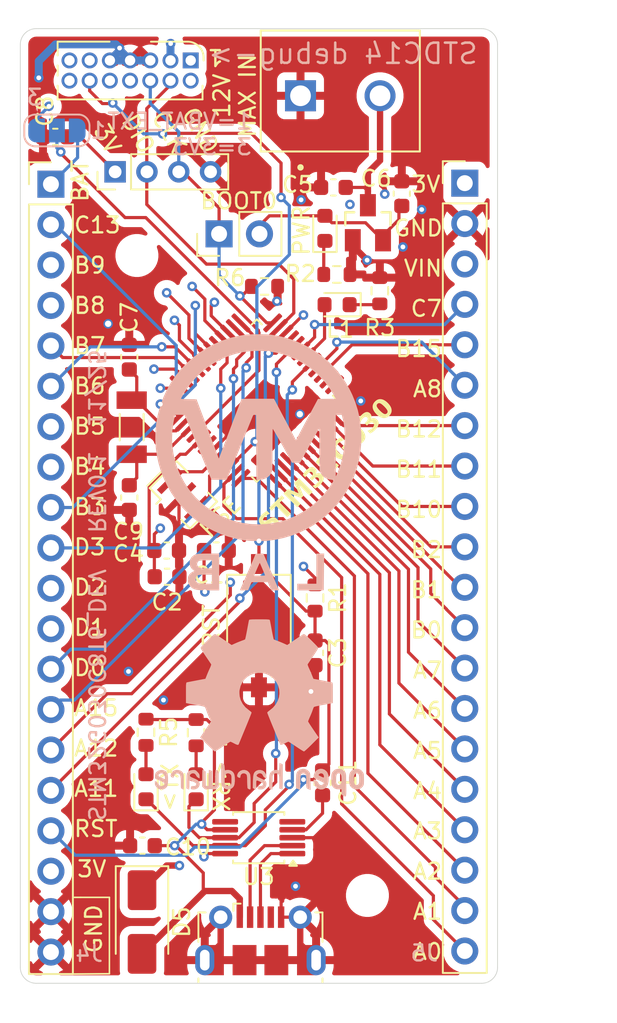
<source format=kicad_pcb>
(kicad_pcb (version 20241229) (generator "pcbnew") (generator_version "9.0")
  (layers (0 "F.Cu" signal) (4 "In1.Cu" power "GND.Cu") (6 "In2.Cu" power "3V3.Cu") (2 "B.Cu" signal) (13 "F.Paste" user) (15 "B.Paste" user) (5 "F.SilkS" user "F.Silkscreen") (7 "B.SilkS" user "B.Silkscreen") (1 "F.Mask" user) (3 "B.Mask" user) (25 "Edge.Cuts" user))
  (net 0 "")
  (net 1 "+3V3")
  (net 2 "GND")
  (net 3 "Net-(U2-PC14)")
  (net 4 "Net-(U2-PC15)")
  (net 5 "/VIN")
  (net 6 "/RESET")
  (net 7 "Net-(U3-~{RTS})")
  (net 8 "Net-(D3-A)")
  (net 9 "Net-(D1-K)")
  (net 10 "/USR_LED")
  (net 11 "Net-(D2-K)")
  (net 12 "Net-(D4-A)")
  (net 13 "/PA12")
  (net 14 "Net-(D5-A)")
  (net 15 "/PA11")
  (net 19 "/BOOT0")
  (net 21 "/PB15")
  (net 22 "/PA15")
  (net 23 "/PA8")
  (net 24 "/PC13")
  (net 25 "/PA0")
  (net 26 "/PC7")
  (net 27 "/PB9")
  (net 28 "/PD1")
  (net 29 "/PB6")
  (net 31 "/PD0")
  (net 32 "/PB10")
  (net 33 "/PB0")
  (net 34 "/PB5")
  (net 35 "/PB4")
  (net 36 "/PA5")
  (net 37 "/PA6")
  (net 38 "/PB12")
  (net 39 "/PA4")
  (net 40 "/PB2")
  (net 41 "/PB11")
  (net 42 "/PD2")
  (net 43 "Net-(J6-D-)")
  (net 44 "/PA7")
  (net 45 "/SWDIO")
  (net 46 "/PB7")
  (net 47 "/PB8")
  (net 48 "/PD3")
  (net 49 "/PB1")
  (net 50 "/PA2")
  (net 51 "/PB3")
  (net 52 "Net-(J6-D+)")
  (net 53 "/PA1")
  (net 54 "/PA3")
  (net 58 "Net-(U2-PF1)")
  (net 61 "Net-(U2-PF0)")
  (net 62 "/TX")
  (net 63 "/RX")
  (net 64 "/VBAT_EXT")
  (net 65 "Net-(JP2-C)")
  (footprint "Crystal:Resonator_SMD_Murata_CSTxExxV-3Pin_3.0x1.1mm" (layer "F.Cu") (at 150.45 109.5 -45)
    (property "Reference" "Y1" (hide yes))
    (property "Value" "8mhz")
  )
  (footprint "Capacitor_SMD:C_0603_1608Metric" (layer "F.Cu") (at 159.2 127.6 90)
    (property "Reference" "C11")
    (property "Value" "100n")
  )
  (footprint "Capacitor_SMD:C_0603_1608Metric" (layer "F.Cu") (at 158.726445 119.433255 -90)
    (property "Reference" "C3")
    (property "Value" "100n")
  )
  (footprint "MountingHole:MountingHole_2.2mm_M2_ISO14580" (layer "F.Cu") (at 147.53 94.46)
    (property "Reference" "H1" (hide yes))
    (property "Value" "MountingHole")
  )
  (footprint "Capacitor_SMD:C_0603_1608Metric" (layer "F.Cu") (at 149.425 114.65)
    (property "Reference" "C2")
    (property "Value" "10u")
  )
  (footprint "Capacitor_SMD:C_0603_1608Metric" (layer "F.Cu") (at 142.4 87 180)
    (property "Reference" "C8")
    (property "Value" "100n")
  )
  (footprint "LED_SMD:LED_0603_1608Metric" (layer "F.Cu") (at 151.25 127.85 90)
    (property "Reference" "D3" (hide yes))
    (property "Value" "TX")
  )
  (footprint "Resistor_SMD:R_0603_1608Metric" (layer "F.Cu") (at 148.1 124.425 -90)
    (property "Reference" "R5")
    (property "Value" "470")
  )
  (footprint "Connector_PinHeader_2.54mm:PinHeader_1x02_P2.54mm_Vertical" (layer "F.Cu") (at 152.695 93.1 90)
    (property "Reference" "JP1" (hide yes))
    (property "Value" "BOOT")
  )
  (footprint "ABS09_32_768KHZ_T:XTAL_ABS09-32.768KHZ-T" (layer "F.Cu") (at 147.2 105.25 90)
    (property "Reference" "Y2" (hide yes))
    (property "Value" "Crystal")
  )
  (footprint "Connector_PinHeader_2.54mm:PinHeader_1x20_P2.54mm_Vertical" (layer "F.Cu") (at 168.139779 89.911379)
    (property "Reference" "J5" (hide yes))
    (property "Value" "B")
  )
  (footprint "AP2210N-3:AP2210N-3.3TRG1" (layer "F.Cu") (at 162.05 92.4)
    (property "Reference" "U1" (hide yes))
    (property "Value" "AP2210N-3.3TRG1")
  )
  (footprint "Connector_PinHeader_2.00mm:PinHeader_1x04_P2.00mm_Vertical" (layer "F.Cu") (at 146.16 89.2 90)
    (property "Reference" "J2" (hide yes))
    (property "Value" "PROG")
  )
  (footprint "Diode_SMD:D_SMA" (layer "F.Cu") (at 147.85 136.35 -90)
    (property "Reference" "D5")
    (property "Value" "SS14")
  )
  (footprint "Resistor_SMD:R_0603_1608Metric" (layer "F.Cu") (at 155.55 96.4 180)
    (property "Reference" "R6")
    (property "Value" "10k")
  )
  (footprint "Button_Switch_SMD:SW_Tactile_SPST_NO_Straight_CK_PTS636Sx25SMTRLFS" (layer "F.Cu") (at 155.2 117.725 90)
    (property "Reference" "SW1" (hide yes))
    (property "Value" "wake-up")
  )
  (footprint "Connector_PinHeader_1.27mm:PinHeader_2x07_P1.27mm_Vertical" (layer "F.Cu") (at 150.91 82.2 -90)
    (property "Reference" "J3" (hide yes))
    (property "Value" "Conn_mini3")
  )
  (footprint "Resistor_SMD:R_0603_1608Metric" (layer "F.Cu") (at 160.1 95.65)
    (property "Reference" "R2")
    (property "Value" "470")
  )
  (footprint "Capacitor_SMD:C_0603_1608Metric" (layer "F.Cu") (at 147.875 131.55)
    (property "Reference" "C10")
    (property "Value" "100n")
  )
  (footprint "TB002_500_02BE:CUI_TB002-500-02BE" (layer "F.Cu") (at 157.813637 84.420586)
    (property "Reference" "J1" (hide yes))
    (property "Value" "Vin")
  )
  (footprint "Capacitor_SMD:C_0603_1608Metric" (layer "F.Cu") (at 147.05 100.85 -90)
    (property "Reference" "C7")
    (property "Value" "22p")
  )
  (footprint "Package_SO:MSOP-10_3x3mm_P0.5mm" (layer "F.Cu") (at 155.1875 131.05 180)
    (property "Reference" "U3")
    (property "Value" "CH340E")
  )
  (footprint "Resistor_SMD:R_0603_1608Metric" (layer "F.Cu") (at 151.25 124.45 -90)
    (property "Reference" "R4")
    (property "Value" "470")
  )
  (footprint "Resistor_SMD:R_0603_1608Metric" (layer "F.Cu") (at 162.8 96.675 90)
    (property "Reference" "R3")
    (property "Value" "470")
  )
  (footprint "LED_SMD:LED_0603_1608Metric" (layer "F.Cu") (at 160.1125 97.55 180)
    (property "Reference" "D2" (hide yes))
    (property "Value" "USER LED")
  )
  (footprint "Connector_USB:USB_Micro-B_Molex-105017-0001" (layer "F.Cu") (at 155.294719 137.507365)
    (property "Reference" "J6" (hide yes))
    (property "Value" "USB_B_Micro")
  )
  (footprint "Capacitor_SMD:C_0603_1608Metric" (layer "F.Cu") (at 147.05 109.675 -90)
    (property "Reference" "C9")
    (property "Value" "22p")
  )
  (footprint "Capacitor_SMD:C_0603_1608Metric" (layer "F.Cu") (at 149.4 113)
    (property "Reference" "C4")
    (property "Value" "100n")
  )
  (footprint "Package_QFP:LQFP-48_7x7mm_P0.5mm" (layer "F.Cu") (at 155.064132 103.58078 45)
    (property "Reference" "U2" (hide yes))
    (property "Value" "STM32G030C8Tx")
  )
  (footprint "Capacitor_SMD:C_0603_1608Metric" (layer "F.Cu") (at 152.525 113)
    (property "Reference" "C1")
    (property "Value" "100n")
  )
  (footprint "Capacitor_SMD:C_0603_1608Metric" (layer "F.Cu") (at 164.18 90.57 90)
    (property "Reference" "C6")
    (property "Value" "2.2u")
  )
  (footprint "Connector_PinHeader_2.54mm:PinHeader_1x20_P2.54mm_Vertical" (layer "F.Cu") (at 142.124669 89.978023)
    (property "Reference" "J4" (hide yes))
    (property "Value" "A")
  )
  (footprint "LED_SMD:LED_0603_1608Metric" (layer "F.Cu") (at 148.1 127.85 90)
    (property "Reference" "D4" (hide yes))
    (property "Value" "RX")
  )
  (footprint "Resistor_SMD:R_0603_1608Metric" (layer "F.Cu") (at 158.726445 115.983255 -90)
    (property "Reference" "R1")
    (property "Value" "10k")
  )
  (footprint "LED_SMD:LED_0603_1608Metric" (layer "F.Cu") (at 159.348617 92.753118 90)
    (property "Reference" "D1" (hide yes))
    (property "Value" "POWER")
  )
  (footprint "MountingHole:MountingHole_2.2mm_M2_ISO14580" (layer "F.Cu") (at 162.02 134.68)
    (property "Reference" "H2" (hide yes))
    (property "Value" "MountingHole")
  )
  (footprint "Capacitor_SMD:C_0603_1608Metric" (layer "F.Cu") (at 159.88 90.18 180)
    (property "Reference" "C5")
    (property "Value" "1u")
  )
  (footprint "Jumper:SolderJumper-3_P1.3mm_Open_RoundedPad1.0x1.5mm_NumberLabels" (layer "B.Cu") (at 142.5 86.6 180)
    (property "Reference" "JP2" (hide yes))
    (property "Value" "VBAT_SEL")
  )
  (footprint "LOGOmvlab:logo" (layer "B.Cu") (at 155.04 107.8 180)
    (property "Reference" "G***" (hide yes))
    (property "Value" "LOGO" (hide yes))
  )
  (footprint "Symbol:OSHW-Logo2_14.6x12mm_SilkScreen" (layer "B.Cu") (at 155.23 122.88 180)
    (property "Reference" "REF**" (hide yes))
    (property "Value" "OSHW-Logo2_14.6x12mm_SilkScreen" (hide yes))
  )
  (gr_line (start 144 134.8) (end 145.8 134.8) (stroke (width 0.1)) (layer "F.SilkS"))
  (gr_line (start 144 134.8) (end 143.6 134.8) (stroke (width 0.1)) (layer "F.SilkS"))
  (gr_line (start 145.8 134.8) (end 145.8 139.6) (stroke (width 0.1)) (layer "F.SilkS"))
  (gr_line (start 145.8 139.6) (end 143.504669 139.618023) (stroke (width 0.1)) (layer "F.SilkS"))
  (gr_line (start 141.2 80.2) (end 169.2 80.2) (stroke (width 0.05)) (layer "Edge.Cuts"))
  (gr_arc (start 169.2 80.2) (mid 169.907107 80.492893) (end 170.2 81.2) (stroke (width 0.05)) (layer "Edge.Cuts"))
  (gr_line (start 170.2 81.2) (end 170.2 139.2) (stroke (width 0.05)) (layer "Edge.Cuts"))
  (gr_arc (start 170.2 139.2) (mid 169.907107 139.907107) (end 169.2 140.2) (stroke (width 0.05)) (layer "Edge.Cuts"))
  (gr_line (start 140.2 139.2) (end 140.2 81.2) (stroke (width 0.05)) (layer "Edge.Cuts"))
  (gr_arc (start 140.2 81.2) (mid 140.492893 80.492893) (end 141.2 80.2) (stroke (width 0.05)) (layer "Edge.Cuts"))
  (gr_line (start 169.2 140.2) (end 141.2 140.2) (stroke (width 0.05)) (layer "Edge.Cuts"))
  (gr_arc (start 141.2 140.2) (mid 140.492893 139.907107) (end 140.2 139.2) (stroke (width 0.05)) (layer "Edge.Cuts"))
  (gr_text "<" (at 150.11 129.49 90) (layer "F.SilkS") (effects (font (size 1 1)) (justify left bottom)))
  (gr_text "A4" (at 166.8 128.694737 0) (layer "F.SilkS") (effects (font (size 1 1)) (justify right bottom)))
  (gr_text "GND" (at 145.4 138.4 90) (layer "F.SilkS") (effects (font (size 1 1)) (justify left bottom)))
  (gr_text "RX" (at 152.2 127.34 270) (layer "F.SilkS") (effects (font (size 1 1)) (justify left bottom)))
  (gr_text "A11" (at 143.490732 128.544403 0) (layer "F.SilkS") (effects (font (size 1 1)) (justify left bottom)))
  (gr_text "A3" (at 166.8 131.221053 0) (layer "F.SilkS") (effects (font (size 1 1)) (justify right bottom)))
  (gr_text "STM32G030" (at 155.98 112.2 45) (layer "F.SilkS") (effects (font (size 1.2 1.2) (thickness 0.24) (bold yes)) (justify left bottom)))
  (gr_text "A2" (at 166.8 133.747368 0) (layer "F.SilkS") (effects (font (size 1 1)) (justify right bottom)))
  (gr_text "<" (at 152.29 126.12 270) (layer "F.SilkS") (effects (font (size 1 1)) (justify left bottom)))
  (gr_text "B15" (at 166.8 100.905263 0) (layer "F.SilkS") (effects (font (size 1 1)) (justify right bottom)))
  (gr_text "B7" (at 143.490732 100.720874 0) (layer "F.SilkS") (effects (font (size 1 1)) (justify left bottom)))
  (gr_text "RST" (at 143.490732 131.073815 0) (layer "F.SilkS") (effects (font (size 1 1)) (justify left bottom)))
  (gr_text "TX" (at 150.2 128.2 90) (layer "F.SilkS") (effects (font (size 1 1)) (justify left bottom)))
  (gr_text "B12" (at 166.8 105.957895 0) (layer "F.SilkS") (effects (font (size 1 1)) (justify right bottom)))
  (gr_text "RST\n" (at 152.8 119.2 90) (layer "F.SilkS") (effects (font (size 1 1)) (justify left bottom)))
  (gr_text "B9" (at 143.490732 95.662051 0) (layer "F.SilkS") (effects (font (size 1 1)) (justify left bottom)))
  (gr_text "B6" (at 143.490732 103.250286 0) (layer "F.SilkS") (effects (font (size 1 1)) (justify left bottom)))
  (gr_text "HSE" (at 152.1 112.4 45) (layer "F.SilkS") (effects (font (size 1 1)) (justify left bottom)))
  (gr_text "GND" (at 163.6 93.326316 0) (layer "F.SilkS") (effects (font (size 1 1)) (justify left bottom)))
  (gr_text "A0" (at 166.8 138.8 0) (layer "F.SilkS") (effects (font (size 1 1)) (justify right bottom)))
  (gr_text "B3" (at 143.490732 110.838521 0) (layer "F.SilkS") (effects (font (size 1 1)) (justify left bottom)))
  (gr_text "3V" (at 143.690732 133.603227 0) (layer "F.SilkS") (effects (font (size 1 1)) (justify left bottom)))
  (gr_text "A8" (at 166.8 103.431579 0) (layer "F.SilkS") (effects (font (size 1 1)) (justify right bottom)))
  (gr_text "GND" (at 150.19 85.48 300) (layer "F.SilkS") (effects (font (size 1 1)) (justify left bottom)))
  (gr_text "B2" (at 166.8 113.536842 0) (layer "F.SilkS") (effects (font (size 1 1)) (justify right bottom)))
  (gr_text "B5" (at 143.490732 105.779698 0) (layer "F.SilkS") (effects (font (size 1 1)) (justify left bottom)))
  (gr_text "C13\n" (at 143.490732 93.132639 0) (layer "F.SilkS") (effects (font (size 1 1)) (justify left bottom)))
  (gr_text "3V" (at 144.66 86.552222 300) (layer "F.SilkS") (effects (font (size 1 1)) (justify left bottom)))
  (gr_text "C7" (at 166.8 98.378947 0) (layer "F.SilkS") (effects (font (size 1 1)) (justify right bottom)))
  (gr_text "BOOT0\n" (at 151.43 91.62 0) (layer "F.SilkS") (effects (font (size 1 1)) (justify left bottom)))
  (gr_text "PWR" (at 157.87 92.88 90) (layer "F.SilkS") (effects (font (size 1 1))))
  (gr_text "A6" (at 166.8 123.642105 0) (layer "F.SilkS") (effects (font (size 1 1)) (justify right bottom)))
  (gr_text "D2" (at 143.490732 115.897345 0) (layer "F.SilkS") (effects (font (size 1 1)) (justify left bottom)))
  (gr_text "A7\n" (at 166.8 121.115789 0) (layer "F.SilkS") (effects (font (size 1 1)) (justify right bottom)))
  (gr_text "B11" (at 166.8 108.484211 0) (layer "F.SilkS") (effects (font (size 1 1)) (justify right bottom)))
  (gr_text "B4" (at 143.490732 108.309109 0) (layer "F.SilkS") (effects (font (size 1 1)) (justify left bottom)))
  (gr_text "B1" (at 166.8 116.063158 0) (layer "F.SilkS") (effects (font (size 1 1)) (justify right bottom)))
  (gr_text "3V" (at 164.69 90.57 0) (layer "F.SilkS") (effects (font (size 1 1)) (justify left bottom)))
  (gr_text "D1" (at 143.490732 118.426756 0) (layer "F.SilkS") (effects (font (size 1 1)) (justify left bottom)))
  (gr_text "D0" (at 143.490732 120.956168 0) (layer "F.SilkS") (effects (font (size 1 1)) (justify left bottom)))
  (gr_text "VIN" (at 166.8 95.852632 0) (layer "F.SilkS") (effects (font (size 1 1)) (justify right bottom)))
  (gr_text "B0" (at 166.8 118.589474 0) (layer "F.SilkS") (effects (font (size 1 1)) (justify right bottom)))
  (gr_text "A15" (at 143.490732 123.48558 0) (layer "F.SilkS") (effects (font (size 1 1)) (justify left bottom)))
  (gr_text "1" (at 152.46 81.42 180) (layer "F.SilkS") (effects (font (size 1 1)) (justify bottom)))
  (gr_text "L1" (at 160.3 99.1 0) (layer "F.SilkS") (effects (font (size 1 1))))
  (gr_text "DIO" (at 146.427937 85.933633 300) (layer "F.SilkS") (effects (font (size 1 1)) (justify left bottom)))
  (gr_text "A1" (at 166.8 136.273684 0) (layer "F.SilkS") (effects (font (size 1 1)) (justify right bottom)))
  (gr_text "CLK" (at 148.303015 85.686196 300) (layer "F.SilkS") (effects (font (size 1 1)) (justify left bottom)))
  (gr_text "A12" (at 143.490732 126.014992 0) (layer "F.SilkS") (effects (font (size 1 1)) (justify left bottom)))
  (gr_text "A5" (at 166.8 126.168421 0) (layer "F.SilkS") (effects (font (size 1 1)) (justify right bottom)))
  (gr_text "B10" (at 166.8 111.010526 0) (layer "F.SilkS") (effects (font (size 1 1)) (justify right bottom)))
  (gr_text "D3" (at 143.490732 113.367933 0) (layer "F.SilkS") (effects (font (size 1 1)) (justify left bottom)))
  (gr_text "12V\nMAX IN\n\n" (at 156.68 84.420586 90) (layer "F.SilkS") (effects (font (size 1 1)) (justify bottom)))
  (gr_text "B8" (at 143.490732 98.191462 0) (layer "F.SilkS") (effects (font (size 1 1)) (justify left bottom)))
  (gr_text "BAT\n" (at 144.55 91.18 90) (layer "F.SilkS") (effects (font (size 1 1)) (justify left bottom)))
  (gr_text "J4" (at 145.48 138.92 0) (layer "B.SilkS") (effects (font (size 1 1)) (justify left bottom mirror)))
  (gr_text "J5" (at 166.55 138.89 0) (layer "B.SilkS") (effects (font (size 1 1)) (justify left bottom mirror)))
  (gr_text "1=VBAT_EXT\n3=3V3" (at 154.83 88.22 0) (layer "B.SilkS") (effects (font (size 1 1)) (justify left bottom mirror)))
  (gr_text "STM32G030C8T6_DEV   REV0.1  11/25" (at 144.4 130.09 270) (layer "B.SilkS") (effects (font (size 1 1)) (justify left bottom mirror)))
  (gr_text "STDC14 debug->" (at 160.48 81.77 0) (layer "B.SilkS") (effects (font (size 1.27 1.27)) (justify mirror)))
  (via (at 160.92 91.25) (size 0.6) (drill 0.3) (layers "F.Cu" "B.Cu") (net 0))
  (segment (start 158.726445 115.158255) (end 158.726445 114.726445) (width 0.2) (layer "F.Cu") (net 1))
  (segment (start 148.625 113) (end 148.625 111.975) (width 0.2) (layer "F.Cu") (net 1))
  (segment (start 148.625 114.625) (end 148.65 114.65) (width 0.2) (layer "F.Cu") (net 1))
  (segment (start 151.59047 105.993782) (end 151.55064 105.993782) (width 0.2) (layer "F.Cu") (net 1))
  (segment (start 159.348617 91.965618) (end 159.782999 92.4) (width 0.2) (layer "F.Cu") (net 1))
  (segment (start 150.25 106.95) (end 148.3 108.9) (width 0.2) (layer "F.Cu") (net 1))
  (segment (start 148.3 112.675) (end 148.625 113) (width 0.2) (layer "F.Cu") (net 1))
  (segment (start 155.235 92.584471) (end 155.235 93.1) (width 0.2) (layer "F.Cu") (net 1))
  (segment (start 158.726445 114.726445) (end 158 114) (width 0.2) (layer "F.Cu") (net 1))
  (segment (start 150.594422 106.95) (end 150.25 106.95) (width 0.2) (layer "F.Cu") (net 1))
  (segment (start 161.9 92.4) (end 163 93.5) (width 0.2) (layer "F.Cu") (net 1))
  (segment (start 148.3 108.9) (end 148.3 110.85) (width 0.2) (layer "F.Cu") (net 1))
  (segment (start 163 93.2) (end 164 92.2) (width 0.2) (layer "F.Cu") (net 1))
  (segment (start 155.853853 91.965618) (end 155.235 92.584471) (width 0.2) (layer "F.Cu") (net 1))
  (segment (start 159.782999 92.4) (end 161.9 92.4) (width 0.2) (layer "F.Cu") (net 1))
  (segment (start 151.75 115.55) (end 151.8 115.6) (width 0.2) (layer "F.Cu") (net 1))
  (segment (start 148.3 110.85) (end 148.3 112.675) (width 0.2) (layer "F.Cu") (net 1))
  (segment (start 168.139779 89.911379) (end 168.139779 90.410221) (width 0.2) (layer "F.Cu") (net 1))
  (segment (start 143.175 87) (end 143.96 87) (width 0.2) (layer "F.Cu") (net 1))
  (segment (start 145.41 88.45) (end 146.16 89.2) (width 0.2) (layer "F.Cu") (net 1))
  (segment (start 151.944023 106.347335) (end 151.59047 105.993782) (width 0.2) (layer "F.Cu") (net 1))
  (segment (start 151.75 113) (end 151.75 115.55) (width 0.2) (layer "F.Cu") (net 1))
  (segment (start 163 93.5) (end 163 93.2) (width 0.2) (layer "F.Cu") (net 1))
  (segment (start 143.96 87) (end 146.16 89.2) (width 0.2) (layer "F.Cu") (net 1))
  (segment (start 151.93995 132.05) (end 151.744975 132.244975) (width 0.2) (layer "F.Cu") (net 1))
  (segment (start 159.348617 91.965618) (end 155.853853 91.965618) (width 0.2) (layer "F.Cu") (net 1))
  (segment (start 164 92.2) (end 164 90.975) (width 0.2) (layer "F.Cu") (net 1))
  (segment (start 148.625 113) (end 148.625 114.625) (width 0.2) (layer "F.Cu") (net 1))
  (segment (start 153.075 132.05) (end 151.93995 132.05) (width 0.2) (layer "F.Cu") (net 1))
  (segment (start 148.625 111.975) (end 149 111.6) (width 0.2) (layer "F.Cu") (net 1))
  (segment (start 151.55064 105.993782) (end 150.594422 106.95) (width 0.2) (layer "F.Cu") (net 1))
  (via (at 149.65 81.14) (size 0.6) (drill 0.3) (layers "F.Cu" "B.Cu") (net 1))
  (via (at 151.8 115.6) (size 0.6) (drill 0.3) (layers "F.Cu" "B.Cu") (net 1))
  (via (at 149 111.6) (size 0.6) (drill 0.3) (layers "F.Cu" "B.Cu") (net 1))
  (via (at 158 114) (size 0.6) (drill 0.3) (layers "F.Cu" "B.Cu") (net 1))
  (via (at 151.744975 132.244975) (size 0.6) (drill 0.3) (layers "F.Cu" "B.Cu") (net 1))
  (via (at 142 85.08) (size 0.6) (drill 0.3) (layers "F.Cu" "B.Cu") (net 1))
  (segment (start 141.2 85.88) (end 142 85.08) (width 0.2) (layer "B.Cu") (net 1))
  (segment (start 149.64 82.2) (end 149.64 81.15) (width 0.5) (layer "B.Cu") (net 1))
  (segment (start 141.2 86.6) (end 141.2 85.88) (width 0.2) (layer "B.Cu") (net 1))
  (segment (start 149.64 81.15) (end 149.65 81.14) (width 0.2) (layer "B.Cu") (net 1))
  (segment (start 152.297577 106.700889) (end 155.398466 103.6) (width 0.2) (layer "F.Cu") (net 2))
  (segment (start 141.625 86.695) (end 141.38 86.45) (width 0.2) (layer "F.Cu") (net 2))
  (segment (start 159.39 132.21) (end 157.5 134.1) (width 0.2) (layer "F.Cu") (net 2))
  (segment (start 141.38 86.45) (end 141.38 83.31) (width 0.2) (layer "F.Cu") (net 2))
  (segment (start 158.91 131.05) (end 159.39 131.53) (width 0.2) (layer "F.Cu") (net 2))
  (segment (start 150.45 109.5) (end 150.175 109.775) (width 0.2) (layer "F.Cu") (net 2))
  (segment (start 141.38 83.31) (end 141.36 83.29) (width 0.2) (layer "F.Cu") (net 2))
  (segment (start 152.394719 138.744865) (end 154.294719 138.744865) (width 0.2) (layer "F.Cu") (net 2))
  (segment (start 156.594719 136.044865) (end 157.794719 136.044865) (width 0.2) (layer "F.Cu") (net 2))
  (segment (start 141.625 87) (end 141.625 86.695) (width 0.2) (layer "F.Cu") (net 2))
  (segment (start 157.4375 131.05) (end 158.91 131.05) (width 0.2) (layer "F.Cu") (net 2))
  (segment (start 157.794719 137.744865) (end 158.794719 138.744865) (width 0.4) (layer "F.Cu") (net 2))
  (segment (start 156.594719 135.005281) (end 157.5 134.1) (width 0.2) (layer "F.Cu") (net 2))
  (segment (start 158.726445 120.208255) (end 158.726445 121.603555) (width 0.2) (layer "F.Cu") (net 2))
  (segment (start 156.594719 136.044865) (end 156.594719 135.005281) (width 0.2) (layer "F.Cu") (net 2))
  (segment (start 156.294719 138.744865) (end 154.294719 138.744865) (width 0.2) (layer "F.Cu") (net 2))
  (segment (start 158.794719 138.744865) (end 156.294719 138.744865) (width 0.2) (layer "F.Cu") (net 2))
  (segment (start 148.37 82.2) (end 145.83 82.2) (width 0.5) (layer "F.Cu") (net 2))
  (segment (start 161.1 93.5) (end 161.1 93.85) (width 0.2) (layer "F.Cu") (net 2))
  (segment (start 155.398466 103.6) (end 161.6 103.6) (width 0.2) (layer "F.Cu") (net 2))
  (segment (start 161.1 93.85) (end 162 94.75) (width 0.4) (layer "F.Cu") (net 2))
  (segment (start 150.175 109.775) (end 150.175 113) (width 0.2) (layer "F.Cu") (net 2))
  (segment (start 152.794719 137.744865) (end 151.794719 138.744865) (width 0.4) (layer "F.Cu") (net 2))
  (segment (start 157.794719 136.044865) (end 157.794719 137.744865) (width 0.4) (layer "F.Cu") (net 2))
  (segment (start 161.1 95.475) (end 160.925 95.65) (width 0.2) (layer "F.Cu") (net 2))
  (segment (start 159.39 131.53) (end 159.39 132.21) (width 0.2) (layer "F.Cu") (net 2))
  (segment (start 152.794719 136.044865) (end 152.794719 137.744865) (width 0.4) (layer "F.Cu") (net 2))
  (segment (start 161.1 93.5) (end 161.1 95.475) (width 0.4) (layer "F.Cu") (net 2))
  (segment (start 158.726445 121.603555) (end 158.47 121.86) (width 0.2) (layer "F.Cu") (net 2))
  (via (at 146.44 81.42) (size 0.6) (drill 0.3) (layers "F.Cu" "B.Cu") (net 2))
  (via (at 147 120.6) (size 0.6) (drill 0.3) (layers "F.Cu" "B.Cu") (net 2))
  (via (at 156.33 97.33) (size 0.6) (drill 0.3) (layers "F.Cu" "B.Cu") (net 2))
  (via (at 164.25 93.92) (size 0.6) (drill 0.3) (layers "F.Cu" "B.Cu") (net 2))
  (via (at 158.47 121.86) (size 0.6) (drill 0.3) (layers "F.Cu" "B.Cu") (net 2))
  (via (at 162 94.75) (size 0.6) (drill 0.3) (layers "F.Cu" "B.Cu") (net 2))
  (via (at 157.77 104.43) (size 0.6) (drill 0.4) (layers "F.Cu" "B.Cu") (net 2))
  (via (at 161.6 103.6) (size 0.6) (drill 0.3) (layers "F.Cu" "B.Cu") (net 2))
  (via (at 145.72 98.75) (size 0.6) (drill 0.4) (layers "F.Cu" "B.Cu") (net 2))
  (via (at 163.11 90.6) (size 0.6) (drill 0.3) (layers "F.Cu" "B.Cu") (net 2))
  (via (at 157.5 134.1) (size 0.6) (drill 0.3) (layers "F.Cu" "B.Cu") (net 2))
  (via (at 141.36 83.29) (size 0.6) (drill 0.3) (layers "F.Cu" "B.Cu") (net 2))
  (via (at 157.85 90.96) (size 0.6) (drill 0.3) (layers "F.Cu" "B.Cu") (net 2))
  (via (at 149.2 122.4) (size 0.6) (drill 0.3) (layers "F.Cu" "B.Cu") (net 2))
  (via (at 165.43 91.57) (size 0.6) (drill 0.3) (layers "F.Cu" "B.Cu") (net 2))
  (segment (start 147.1 82.2) (end 148.37 82.2) (width 0.5) (layer "B.Cu") (net 2))
  (segment (start 147.1 82.2) (end 145.83 82.2) (width 0.5) (layer "B.Cu") (net 2))
  (segment (start 141.36 82.24) (end 142.41 81.19) (width 0.5) (layer "B.Cu") (net 2))
  (segment (start 146.44 81.42) (end 146.44 81.59) (width 0.5) (layer "B.Cu") (net 2))
  (segment (start 146.21 81.19) (end 146.44 81.42) (width 0.5) (layer "B.Cu") (net 2))
  (segment (start 141.36 83.29) (end 141.36 82.24) (width 0.5) (layer "B.Cu") (net 2))
  (segment (start 142.41 81.19) (end 146.21 81.19) (width 0.5) (layer "B.Cu") (net 2))
  (segment (start 146.44 81.59) (end 145.83 82.2) (width 0.5) (layer "B.Cu") (net 2))
  (segment (start 146.44 81.42) (end 146.44 81.54) (width 0.5) (layer "B.Cu") (net 2))
  (segment (start 146.44 81.54) (end 147.1 82.2) (width 0.5) (layer "B.Cu") (net 2))
  (segment (start 147.52 102.095) (end 147.05 101.625) (width 0.2) (layer "F.Cu") (net 3))
  (segment (start 147.52 103.23) (end 147.52 102.095) (width 0.2) (layer "F.Cu") (net 3))
  (segment (start 147.2 103.55) (end 147.52 103.23) (width 0.2) (layer "F.Cu") (net 3))
  (segment (start 150.52981 104.933122) (end 149.984403 105.478529) (width 0.2) (layer "F.Cu") (net 3))
  (segment (start 149.984403 105.478529) (end 149.428529 105.478529) (width 0.2) (layer "F.Cu") (net 3))
  (segment (start 149.428529 105.478529) (end 147.5 103.55) (width 0.2) (layer "F.Cu") (net 3))
  (segment (start 147.2 106.95) (end 147.52 107.27) (width 0.2) (layer "F.Cu") (net 4))
  (segment (start 147.52 108.43) (end 147.05 108.9) (width 0.2) (layer "F.Cu") (net 4))
  (segment (start 147.52 107.27) (end 147.52 108.43) (width 0.2) (layer "F.Cu") (net 4))
  (segment (start 150.883363 105.286675) (end 149.220038 106.95) (width 0.2) (layer "F.Cu") (net 4))
  (segment (start 149.220038 106.95) (end 147.5 106.95) (width 0.2) (layer "F.Cu") (net 4))
  (segment (start 162.05 90.41) (end 162.05 91.3) (width 0.4) (layer "F.Cu") (net 5))
  (segment (start 160.655 90.18) (end 161.82 90.18) (width 0.2) (layer "F.Cu") (net 5))
  (segment (start 150.2 132.8) (end 149.4 132.8) (width 0.4) (layer "F.Cu") (net 5))
  (segment (start 161.82 90.18) (end 162.05 90.41) (width 0.2) (layer "F.Cu") (net 5))
  (segment (start 162.813637 88.486363) (end 162.05 89.25) (width 0.4) (layer "F.Cu") (net 5))
  (segment (start 162.05 89.25) (end 162.05 90.41) (width 0.4) (layer "F.Cu") (net 5))
  (segment (start 160.835 90.36) (end 160.655 90.18) (width 0.2) (layer "F.Cu") (net 5))
  (segment (start 162.813637 84.420586) (end 162.813637 88.486363) (width 0.4) (layer "F.Cu") (net 5))
  (segment (start 149.4 132.8) (end 147.85 134.35) (width 0.4) (layer "F.Cu") (net 5))
  (via (at 150.2 132.8) (size 0.6) (drill 0.3) (layers "F.Cu" "B.Cu") (net 5))
  (segment (start 144.56 83.47) (end 144.56 84.11) (width 0.2) (layer "F.Cu") (net 6))
  (segment (start 159.358255 118.658255) (end 159.6 118.9) (width 0.2) (layer "F.Cu") (net 6))
  (segment (start 154.72 86.78) (end 149.17 86.78) (width 0.2) (layer "F.Cu") (net 6))
  (segment (start 154.964305 106.155481) (end 153.358237 107.761549) (width 0.2) (layer "F.Cu") (net 6))
  (segment (start 159.6 118.9) (end 159.6 126.425) (width 0.2) (layer "F.Cu") (net 6))
  (segment (start 158.625 127.4) (end 159.2 126.825) (width 0.2) (layer "F.Cu") (net 6))
  (segment (start 145.36 84.91) (end 146 84.91) (width 0.2) (layer "F.Cu") (net 6))
  (segment (start 144.56 84.11) (end 145.36 84.91) (width 0.2) (layer "F.Cu") (net 6))
  (segment (start 158 127.4) (end 158.625 127.4) (width 0.2) (layer "F.Cu") (net 6))
  (segment (start 158.726445 116.808255) (end 158.726445 118.658255) (width 0.2) (layer "F.Cu") (net 6))
  (segment (start 158.726445 118.658255) (end 159.358255 118.658255) (width 0.2) (layer "F.Cu") (net 6))
  (segment (start 155.2 113.025) (end 155.2 112.4) (width 0.2) (layer "F.Cu") (net 6))
  (segment (start 149.17 86.78) (end 149.14 86.81) (width 0.2) (layer "F.Cu") (net 6))
  (segment (start 156.59 88.65) (end 154.72 86.78) (width 0.2) (layer "F.Cu") (net 6))
  (segment (start 156.59 90.81) (end 156.59 88.65) (width 0.2) (layer "F.Cu") (net 6))
  (segment (start 155.2 113.025) (end 155.2 113.85) (width 0.2) (layer "F.Cu") (net 6))
  (segment (start 159.6 126.425) (end 159.2 126.825) (width 0.2) (layer "F.Cu") (net 6))
  (segment (start 155.2 113.85) (end 158.158255 116.808255) (width 0.2) (layer "F.Cu") (net 6))
  (segment (start 158.158255 116.808255) (end 158.726445 116.808255) (width 0.2) (layer "F.Cu") (net 6))
  (via (at 156.59 90.81) (size 0.6) (drill 0.3) (layers "F.Cu" "B.Cu") (net 6))
  (via (at 146.010586 84.871889) (size 0.6) (drill 0.3) (layers "F.Cu" "B.Cu") (net 6))
  (via (at 155.2 112.4) (size 0.6) (drill 0.3) (layers "F.Cu" "B.Cu") (net 6))
  (via (at 158 127.4) (size 0.6) (drill 0.3) (layers "F.Cu" "B.Cu") (net 6))
  (via (at 154.964305 106.155481) (size 0.6) (drill 0.3) (layers "F.Cu" "B.Cu") (net 6))
  (via (at 149.14 86.81) (size 0.6) (drill 0.3) (layers "F.Cu" "B.Cu") (net 6))
  (segment (start 155.2 112.4) (end 155.2 106.391176) (width 0.2) (layer "B.Cu") (net 6))
  (segment (start 158 127.4) (end 158 127.649943) (width 0.2) (layer "B.Cu") (net 6))
  (segment (start 149.14 86.81) (end 147.948697 86.81) (width 0.2) (layer "B.Cu") (net 6))
  (segment (start 155.07 96.45) (end 155.07 106.049786) (width 0.2) (layer "B.Cu") (net 6))
  (segment (start 143.657646 132.151) (end 142.124669 130.618023) (width 0.2) (layer "B.Cu") (net 6))
  (segment (start 157.11 91.33) (end 157.11 94.41) (width 0.2) (layer "B.Cu") (net 6))
  (segment (start 157.11 94.41) (end 155.07 96.45) (width 0.2) (layer "B.Cu") (net 6))
  (segment (start 151.156025 131.643975) (end 150.649 132.151) (width 0.2) (layer "B.Cu") (net 6))
  (segment (start 151.156025 131.643975) (end 150.75 132.05) (width 0.2) (layer "B.Cu") (net 6))
  (segment (start 150.649 132.151) (end 143.657646 132.151) (width 0.2) (layer "B.Cu") (net 6))
  (segment (start 147.948697 86.81) (end 146.010586 84.871889) (width 0.2) (layer "B.Cu") (net 6))
  (segment (start 154.005968 131.643975) (end 151.156025 131.643975) (width 0.2) (layer "B.Cu") (net 6))
  (segment (start 155.07 106.049786) (end 154.964305 106.155481) (width 0.2) (layer "B.Cu") (net 6))
  (segment (start 158 127.649943) (end 154.005968 131.643975) (width 0.2) (layer "B.Cu") (net 6))
  (segment (start 156.59 90.81) (end 157.11 91.33) (width 0.2) (layer "B.Cu") (net 6))
  (segment (start 155.2 106.391176) (end 154.964305 106.155481) (width 0.2) (layer "B.Cu") (net 6))
  (segment (start 158.164348 130.55) (end 157.3 130.55) (width 0.2) (layer "F.Cu") (net 7))
  (segment (start 159.2 128.375) (end 159.2 129.514348) (width 0.2) (layer "F.Cu") (net 7))
  (segment (start 159.2 129.514348) (end 158.164348 130.55) (width 0.2) (layer "F.Cu") (net 7))
  (segment (start 151.25 125.275) (end 151.25 127.0625) (width 0.2) (layer "F.Cu") (net 8))
  (segment (start 159.275 95.65) (end 159.275 93.614235) (width 0.2) (layer "F.Cu") (net 9))
  (segment (start 159.275 93.614235) (end 159.348617 93.540618) (width 0.2) (layer "F.Cu") (net 9))
  (segment (start 159.325 97.55) (end 159.325 99.673466) (width 0.2) (layer "F.Cu") (net 10))
  (segment (start 159.325 99.673466) (end 158.184241 100.814225) (width 0.2) (layer "F.Cu") (net 10))
  (segment (start 160.9 97.55) (end 162.75 97.55) (width 0.2) (layer "F.Cu") (net 11))
  (segment (start 162.75 97.55) (end 162.8 97.5) (width 0.2) (layer "F.Cu") (net 11))
  (segment (start 148.1 127.0625) (end 148.1 125.25) (width 0.2) (layer "F.Cu") (net 12))
  (segment (start 142.124669 125.538023) (end 145.662692 122) (width 0.2) (layer "F.Cu") (net 13))
  (segment (start 145.662692 122) (end 147.2 122) (width 0.2) (layer "F.Cu") (net 13))
  (segment (start 157.970038 98.2) (end 156.770027 99.400011) (width 0.2) (layer "F.Cu") (net 13))
  (segment (start 158 98.2) (end 157.970038 98.2) (width 0.2) (layer "F.Cu") (net 13))
  (segment (start 147.2 122) (end 153.4 115.8) (width 0.2) (layer "F.Cu") (net 13))
  (segment (start 153.4 115.8) (end 153.4 115) (width 0.2) (layer "F.Cu") (net 13))
  (via (at 153.4 115) (size 0.6) (drill 0.3) (layers "F.Cu" "B.Cu") (net 13))
  (via (at 158 98.2) (size 0.6) (drill 0.3) (layers "F.Cu" "B.Cu") (net 13))
  (segment (start 151.8 134.4) (end 153.5 134.4) (width 0.4) (layer "F.Cu") (net 14))
  (segment (start 149.9 131.55) (end 149.987486 131.55) (width 0.2) (layer "F.Cu") (net 14))
  (segment (start 152.4 124.1) (end 152.4 129.3) (width 0.2) (layer "F.Cu") (net 14))
  (segment (start 148.125 123.625) (end 148.1 123.6) (width 0.2) (layer "F.Cu") (net 14))
  (segment (start 153.994719 134.894719) (end 153.994719 136.044865) (width 0.4) (layer "F.Cu") (net 14))
  (segment (start 153.5 134.4) (end 153.994719 134.894719) (width 0.4) (layer "F.Cu") (net 14))
  (segment (start 151.25 123.625) (end 151.925 123.625) (width 0.2) (layer "F.Cu") (net 14))
  (segment (start 153.075 130.55) (end 151.95 130.55) (width 0.2) (layer "F.Cu") (net 14))
  (segment (start 151.7 133.262514) (end 151.7 134.5) (width 0.2) (layer "F.Cu") (net 14))
  (segment (start 147.85 138.35) (end 151.7 134.5) (width 0.4) (layer "F.Cu") (net 14))
  (segment (start 152.4 129.3) (end 151.6 130.1) (width 0.2) (layer "F.Cu") (net 14))
  (segment (start 151.95 130.55) (end 151.6 130.2) (width 0.2) (layer "F.Cu") (net 14))
  (segment (start 148.65 131.55) (end 149.9 131.55) (width 0.2) (layer "F.Cu") (net 14))
  (segment (start 151.925 123.625) (end 152.4 124.1) (width 0.2) (layer "F.Cu") (net 14))
  (segment (start 149.987486 131.55) (end 151.7 133.262514) (width 0.2) (layer "F.Cu") (net 14))
  (segment (start 151.25 123.625) (end 148.125 123.625) (width 0.2) (layer "F.Cu") (net 14))
  (segment (start 151.6 130.1) (end 151.6 130.2) (width 0.2) (layer "F.Cu") (net 14))
  (segment (start 151.7 134.5) (end 151.8 134.4) (width 0.4) (layer "F.Cu") (net 14))
  (via (at 151.6 130.2) (size 0.6) (drill 0.3) (layers "F.Cu" "B.Cu") (net 14))
  (via (at 149.9 131.55) (size 0.6) (drill 0.3) (layers "F.Cu" "B.Cu") (net 14))
  (segment (start 151.25 130.2) (end 149.9 131.55) (width 0.2) (layer "B.Cu") (net 14))
  (segment (start 151.6 130.2) (end 151.25 130.2) (width 0.2) (layer "B.Cu") (net 14))
  (segment (start 142.124669 128.078023) (end 154 116.202692) (width 0.2) (layer "F.Cu") (net 15))
  (segment (start 155.8 100.6) (end 156.277146 100.6) (width 0.2) (layer "F.Cu") (net 15))
  (segment (start 156.277146 100.6) (end 157.123581 99.753565) (width 0.2) (layer "F.Cu") (net 15))
  (segment (start 154 116.202692) (end 154 116) (width 0.2) (layer "F.Cu") (net 15))
  (via (at 155.8 100.6) (size 0.6) (drill 0.3) (layers "F.Cu" "B.Cu") (net 15))
  (via (at 154 116) (size 0.6) (drill 0.3) (layers "F.Cu" "B.Cu") (net 15))
  (segment (start 155.6 106.224076) (end 155.6 100.8) (width 0.2) (layer "B.Cu") (net 15))
  (segment (start 155.6 100.8) (end 155.8 100.6) (width 0.2) (layer "B.Cu") (net 15))
  (segment (start 155.8 114.2) (end 155.8 106.424076) (width 0.2) (layer "B.Cu") (net 15))
  (segment (start 154 116) (end 155.8 114.2) (width 0.2) (layer "B.Cu") (net 15))
  (segment (start 155.8 106.424076) (end 155.6 106.224076) (width 0.2) (layer "B.Cu") (net 15))
  (segment (start 152.695 91.468) (end 152.695 93.1) (width 0.2) (layer "F.Cu") (net 19))
  (segment (start 155.692904 98.692904) (end 156.06292 98.692904) (width 0.2) (layer "F.Cu") (net 19))
  (segment (start 154 97) (end 154.125 97) (width 0.2) (layer "F.Cu") (net 19))
  (segment (start 154 97) (end 155.692904 98.692904) (width 0.2) (layer "F.Cu") (net 19))
  (segment (start 154.125 97) (end 154.725 96.4) (width 0.2) (layer "F.Cu") (net 19))
  (segment (start 150.15 88.923) (end 152.695 91.468) (width 0.2) (layer "F.Cu") (net 19))
  (via (at 154 97) (size 0.6) (drill 0.3) (layers "F.Cu" "B.Cu") (net 19))
  (segment (start 150.16 89.2) (end 150.16 86.69) (width 0.2) (layer "B.Cu") (net 19))
  (segment (start 152.695 93.1) (end 152.695 95.695) (width 0.2) (layer "B.Cu") (net 19))
  (segment (start 148.37 84.9) (end 148.37 83.47) (width 0.2) (layer "B.Cu") (net 19))
  (segment (start 152.695 95.695) (end 154 97) (width 0.2) (layer "B.Cu") (net 19))
  (segment (start 150.16 86.69) (end 148.37 84.9) (width 0.2) (layer "B.Cu") (net 19))
  (segment (start 161.048407 100.071379) (end 159.244901 101.874885) (width 0.2) (layer "F.Cu") (net 21))
  (segment (start 168.139779 100.071379) (end 161.048407 100.071379) (width 0.2) (layer "F.Cu") (net 21))
  (segment (start 154.762959 100.837041) (end 154.762959 99.390519) (width 0.2) (layer "F.Cu") (net 22))
  (segment (start 154.4 101.2) (end 154.762959 100.837041) (width 0.2) (layer "F.Cu") (net 22))
  (segment (start 154.762959 99.390519) (end 154.065344 98.692904) (width 0.2) (layer "F.Cu") (net 22))
  (segment (start 154.4 101.514308) (end 154.4 101.2) (width 0.2) (layer "F.Cu") (net 22))
  (via (at 154.4 101.514308) (size 0.6) (drill 0.3) (layers "F.Cu" "B.Cu") (net 22))
  (segment (start 142.722692 122.4) (end 142.124669 122.998023) (width 0.2) (layer "B.Cu") (net 22))
  (segment (start 154.2 111.8) (end 143.6 122.4) (width 0.2) (layer "B.Cu") (net 22))
  (segment (start 143.6 122.4) (end 142.722692 122.4) (width 0.2) (layer "B.Cu") (net 22))
  (segment (start 154.4 101.514308) (end 154.2 101.714308) (width 0.2) (layer "B.Cu") (net 22))
  (segment (start 154.2 101.714308) (end 154.2 111.8) (width 0.2) (layer "B.Cu") (net 22))
  (segment (start 160.1 99.9) (end 160.1 100.312678) (width 0.2) (layer "F.Cu") (net 23))
  (segment (start 160.1 100.312678) (end 158.891347 101.521331) (width 0.2) (layer "F.Cu") (net 23))
  (via (at 160.1 99.9) (size 0.6) (drill 0.3) (layers "F.Cu" "B.Cu") (net 23))
  (segment (start 168.139779 102.611379) (end 165.4284 99.9) (width 0.2) (layer "B.Cu") (net 23))
  (segment (start 165.4284 99.9) (end 160.1 99.9) (width 0.2) (layer "B.Cu") (net 23))
  (segment (start 149 103.8) (end 149.396688 103.8) (width 0.2) (layer "F.Cu") (net 24))
  (segment (start 149.396688 103.8) (end 150.176256 104.579568) (width 0.2) (layer "F.Cu") (net 24))
  (via (at 149 103.8) (size 0.6) (drill 0.3) (layers "F.Cu" "B.Cu") (net 24))
  (segment (start 142.408023 92.518023) (end 150.001 100.111) (width 0.2) (layer "B.Cu") (net 24))
  (segment (start 150.001 100.111) (end 150.001 102.799) (width 0.2) (layer "B.Cu") (net 24))
  (segment (start 150.001 102.799) (end 149 103.8) (width 0.2) (layer "B.Cu") (net 24))
  (segment (start 142.124669 92.518023) (end 142.408023 92.518023) (width 0.2) (layer "B.Cu") (net 24))
  (segment (start 153 108.826892) (end 153.71179 108.115102) (width 0.2) (layer "F.Cu") (net 25))
  (segment (start 153.8 111) (end 153 110.2) (width 0.2) (layer "F.Cu") (net 25))
  (segment (start 153 110.2) (end 153 108.826892) (width 0.2) (layer "F.Cu") (net 25))
  (segment (start 160.4 114.7) (end 156.7 111) (width 0.2) (layer "F.Cu") (net 25))
  (segment (start 168.139779 138.171379) (end 166.1642 136.1958) (width 0.2) (layer "F.Cu") (net 25))
  (segment (start 166.1642 134.6942) (end 160.4 128.93) (width 0.2) (layer "F.Cu") (net 25))
  (segment (start 156.7 111) (end 153.8 111) (width 0.2) (layer "F.Cu") (net 25))
  (segment (start 166.1642 136.1958) (end 166.1642 134.6942) (width 0.2) (layer "F.Cu") (net 25))
  (segment (start 160.4 128.93) (end 160.4 114.7) (width 0.2) (layer "F.Cu") (net 25))
  (segment (start 158.7 98.8) (end 158.7 99.591358) (width 0.2) (layer "F.Cu") (net 26))
  (segment (start 158.7 99.591358) (end 157.830687 100.460671) (width 0.2) (layer "F.Cu") (net 26))
  (via (at 158.7 98.8) (size 0.6) (drill 0.3) (layers "F.Cu" "B.Cu") (net 26))
  (segment (start 166.871158 98.8) (end 158.7 98.8) (width 0.2) (layer "B.Cu") (net 26))
  (segment (start 168.139779 97.531379) (end 166.871158 98.8) (width 0.2) (layer "B.Cu") (net 26))
  (segment (start 149 102.8) (end 149.958248 102.8) (width 0.2) (layer "F.Cu") (net 27))
  (segment (start 149.958248 102.8) (end 150.176256 102.581992) (width 0.2) (layer "F.Cu") (net 27))
  (via (at 149 102.8) (size 0.6) (drill 0.3) (layers "F.Cu" "B.Cu") (net 27))
  (segment (start 152.4 97.4) (end 152.2 97.6) (width 0.2) (layer "F.Cu") (net 28))
  (segment (start 152.2 97.6) (end 152.2 98.241774) (width 0.2) (layer "F.Cu") (net 28))
  (segment (start 152.2 98.241774) (end 153.358237 99.400011) (width 0.2) (layer "F.Cu") (net 28))
  (via (at 152.4 97.4) (size 0.6) (drill 0.3) (layers "F.Cu" "B.Cu") (net 28))
  (segment (start 149.915586 100.2) (end 151.236917 101.521331) (width 0.2) (layer "F.Cu") (net 29))
  (segment (start 149.09 100.2) (end 149.915586 100.2) (width 0.2) (layer "F.Cu") (net 29))
  (via (at 149.09 100.2) (size 0.6) (drill 0.3) (layers "F.Cu" "B.Cu") (net 29))
  (segment (start 149.09 100.2) (end 144.602692 100.2) (width 0.2) (layer "B.Cu") (net 29))
  (segment (start 144.602692 100.2) (end 142.124669 102.678023) (width 0.2) (layer "B.Cu") (net 29))
  (segment (start 154.265332 100.534668) (end 154.265332 99.6) (width 0.2) (layer "F.Cu") (net 31))
  (segment (start 153.6 102.2) (end 153.6 101.6) (width 0.2) (layer "F.Cu") (net 31))
  (segment (start 153.6 101.6) (end 153.8 101.4) (width 0.2) (layer "F.Cu") (net 31))
  (segment (start 153.8 101) (end 154.265332 100.534668) (width 0.2) (layer "F.Cu") (net 31))
  (segment (start 153.8 101.4) (end 153.8 101) (width 0.2) (layer "F.Cu") (net 31))
  (segment (start 154.265332 99.6) (end 153.71179 99.046458) (width 0.2) (layer "F.Cu") (net 31))
  (via (at 153.6 102.2) (size 0.6) (drill 0.3) (layers "F.Cu" "B.Cu") (net 31))
  (segment (start 143.382692 119.2) (end 145.2 119.2) (width 0.2) (layer "B.Cu") (net 31))
  (segment (start 142.124669 120.458023) (end 143.382692 119.2) (width 0.2) (layer "B.Cu") (net 31))
  (segment (start 145.4 119.2) (end 150.8 113.8) (width 0.2) (layer "B.Cu") (net 31))
  (segment (start 150.8 113.8) (end 153.6 111) (width 0.2) (layer "B.Cu") (net 31))
  (segment (start 153.6 111) (end 153.6 102.2) (width 0.2) (layer "B.Cu") (net 31))
  (segment (start 145.2 119.2) (end 145.4 119.2) (width 0.2) (layer "B.Cu") (net 31))
  (segment (start 168.139779 110.231379) (end 164.189605 110.231379) (width 0.2) (layer "F.Cu") (net 32))
  (segment (start 164.189605 110.231379) (end 159.244901 105.286675) (width 0.2) (layer "F.Cu") (net 32))
  (segment (start 168.139779 117.851379) (end 166.988779 116.700379) (width 0.2) (layer "F.Cu") (net 33))
  (segment (start 166.988779 116.700379) (end 166.988779 116.688779) (width 0.2) (layer "F.Cu") (net 33))
  (segment (start 166 115.7) (end 166 114.163094) (width 0.2) (layer "F.Cu") (net 33))
  (segment (start 166.988779 116.688779) (end 166 115.7) (width 0.2) (layer "F.Cu") (net 33))
  (segment (start 166 114.163094) (end 158.184241 106.347335) (width 0.2) (layer "F.Cu") (net 33))
  (segment (start 150.2 99.777308) (end 151.59047 101.167778) (width 0.2) (layer "F.Cu") (net 34))
  (segment (start 150.2 98.84) (end 150.2 99.777308) (width 0.2) (layer "F.Cu") (net 34))
  (segment (start 149.89 98.53) (end 150.2 98.84) (width 0.2) (layer "F.Cu") (net 34))
  (via (at 149.89 98.53) (size 0.6) (drill 0.3) (layers "F.Cu" "B.Cu") (net 34))
  (segment (start 150.8 99.670202) (end 151.944023 100.814225) (width 0.2) (layer "F.Cu") (net 35))
  (segment (start 149.4 96.8) (end 150.8 98.2) (width 0.2) (layer "F.Cu") (net 35))
  (segment (start 150.8 98.2) (end 150.8 99.670202) (width 0.2) (layer "F.Cu") (net 35))
  (via (at 149.4 96.8) (size 0.6) (drill 0.3) (layers "F.Cu" "B.Cu") (net 35))
  (segment (start 164 121.3316) (end 164 114.284414) (width 0.2) (layer "F.Cu") (net 36))
  (segment (start 164 114.284414) (end 157.123581 107.407995) (width 0.2) (layer "F.Cu") (net 36))
  (segment (start 168.139779 125.471379) (end 164 121.3316) (width 0.2) (layer "F.Cu") (net 36))
  (segment (start 164.6 119.3916) (end 164.6 114.177308) (width 0.2) (layer "F.Cu") (net 37))
  (segment (start 164.6 114.177308) (end 157.477134 107.054442) (width 0.2) (layer "F.Cu") (net 37))
  (segment (start 168.139779 122.931379) (end 164.6 119.3916) (width 0.2) (layer "F.Cu") (net 37))
  (segment (start 160.523819 105.151379) (end 159.952008 104.579568) (width 0.2) (layer "F.Cu") (net 38))
  (segment (start 168.139779 105.151379) (end 160.523819 105.151379) (width 0.2) (layer "F.Cu") (net 38))
  (segment (start 163.4 114.391522) (end 163.4 123.2716) (width 0.2) (layer "F.Cu") (net 39))
  (segment (start 156.770027 107.761549) (end 163.4 114.391522) (width 0.2) (layer "F.Cu") (net 39))
  (segment (start 163.4 123.2716) (end 168.139779 128.011379) (width 0.2) (layer "F.Cu") (net 39))
  (segment (start 166.022497 112.771379) (end 158.891347 105.640229) (width 0.2) (layer "F.Cu") (net 40))
  (segment (start 168.139779 112.771379) (end 166.022497 112.771379) (width 0.2) (layer "F.Cu") (net 40))
  (segment (start 162.356711 107.691379) (end 159.598454 104.933122) (width 0.2) (layer "F.Cu") (net 41))
  (segment (start 168.139779 107.691379) (end 162.356711 107.691379) (width 0.2) (layer "F.Cu") (net 41))
  (segment (start 151 96.4) (end 151.8 97.2) (width 0.2) (layer "F.Cu") (net 42))
  (segment (start 151.8 98.548882) (end 153.004683 99.753565) (width 0.2) (layer "F.Cu") (net 42))
  (segment (start 151.8 97.2) (end 151.8 98.548882) (width 0.2) (layer "F.Cu") (net 42))
  (via (at 151 96.4) (size 0.6) (drill 0.3) (layers "F.Cu" "B.Cu") (net 42))
  (segment (start 154.644719 132.455281) (end 155.55 131.55) (width 0.2) (layer "F.Cu") (net 43))
  (segment (start 155.55 131.55) (end 157.3 131.55) (width 0.2) (layer "F.Cu") (net 43))
  (segment (start 154.644719 136.044865) (end 154.644719 132.455281) (width 0.2) (layer "F.Cu") (net 43))
  (segment (start 165.2 117.4516) (end 165.2 114.070202) (width 0.2) (layer "F.Cu") (net 44))
  (segment (start 165.2 114.070202) (end 157.830687 106.700889) (width 0.2) (layer "F.Cu") (net 44))
  (segment (start 168.139779 120.391379) (end 165.2 117.4516) (width 0.2) (layer "F.Cu") (net 44))
  (segment (start 156.45 95) (end 157.39 95.94) (width 0.2) (layer "F.Cu") (net 45))
  (segment (start 157.39 98.072932) (end 156.416474 99.046458) (width 0.2) (layer "F.Cu") (net 45))
  (segment (start 149.64 83.73) (end 148.15 85.22) (width 0.2) (layer "F.Cu") (net 45))
  (segment (start 149.64 83.47) (end 149.64 83.73) (width 0.2) (layer "F.Cu") (net 45))
  (segment (start 151.9 95) (end 156.45 95) (width 0.2) (layer "F.Cu") (net 45))
  (segment (start 148.15 91.25) (end 151.9 95) (width 0.2) (layer "F.Cu") (net 45))
  (segment (start 157.39 95.94) (end 157.39 98.072932) (width 0.2) (layer "F.Cu") (net 45))
  (segment (start 148.15 85.22) (end 148.15 91.25) (width 0.2) (layer "F.Cu") (net 45))
  (segment (start 142.124669 100.138023) (end 142.860646 100.874) (width 0.2) (layer "F.Cu") (net 46))
  (segment (start 142.860646 100.874) (end 149.882478 100.874) (width 0.2) (layer "F.Cu") (net 46))
  (segment (start 149.882478 100.874) (end 150.883363 101.874885) (width 0.2) (layer "F.Cu") (net 46))
  (segment (start 148.6 101.6) (end 149.901372 101.6) (width 0.2) (layer "F.Cu") (net 47))
  (segment (start 149.901372 101.6) (end 150.52981 102.228438) (width 0.2) (layer "F.Cu") (net 47))
  (via (at 148.6 101.6) (size 0.6) (drill 0.3) (layers "F.Cu" "B.Cu") (net 47))
  (segment (start 153.196538 100.652526) (end 153.196538 101.203462) (width 0.2) (layer "F.Cu") (net 48))
  (segment (start 152.8 101.6) (end 152.8 102.8) (width 0.2) (layer "F.Cu") (net 48))
  (segment (start 153.196538 101.203462) (end 152.8 101.6) (width 0.2) (layer "F.Cu") (net 48))
  (segment (start 152.65113 100.107118) (end 153.196538 100.652526) (width 0.2) (layer "F.Cu") (net 48))
  (via (at 152.8 102.8) (size 0.6) (drill 0.3) (layers "F.Cu" "B.Cu") (net 48))
  (segment (start 148.961977 112.838023) (end 142.124669 112.838023) (width 0.2) (layer "B.Cu") (net 48))
  (segment (start 152.8 109) (end 148.961977 112.838023) (width 0.2) (layer "B.Cu") (net 48))
  (segment (start 152.8 102.8) (end 152.8 109) (width 0.2) (layer "B.Cu") (net 48))
  (segment (start 168.139779 115.311379) (end 167.855391 115.311379) (width 0.2) (layer "F.Cu") (net 49))
  (segment (start 167.855391 115.311379) (end 158.537794 105.993782) (width 0.2) (layer "F.Cu") (net 49))
  (segment (start 168.139779 115.311379) (end 167.786097 115.311379) (width 0.2) (layer "F.Cu") (net 49))
  (segment (start 162.051 114.456736) (end 162.051 127.0026) (width 0.2) (layer "F.Cu") (net 50))
  (segment (start 162.051 127.0026) (end 168.139779 133.091379) (width 0.2) (layer "F.Cu") (net 50))
  (segment (start 156.06292 108.468656) (end 162.051 114.456736) (width 0.2) (layer "F.Cu") (net 50))
  (segment (start 151.2 99.363094) (end 151.2 97.6) (width 0.2) (layer "F.Cu") (net 51))
  (segment (start 152.297577 100.460671) (end 151.2 99.363094) (width 0.2) (layer "F.Cu") (net 51))
  (via (at 151.2 97.6) (size 0.6) (drill 0.3) (layers "F.Cu" "B.Cu") (net 51))
  (segment (start 151.2 102.6) (end 143.501977 110.298023) (width 0.2) (layer "B.Cu") (net 51))
  (segment (start 143.501977 110.298023) (end 142.124669 110.298023) (width 0.2) (layer "B.Cu") (net 51))
  (segment (start 151.2 97.6) (end 151.2 102.6) (width 0.2) (layer "B.Cu") (net 51))
  (segment (start 155.95 132.05) (end 157.3 132.05) (width 0.2) (layer "F.Cu") (net 52))
  (segment (start 155.294719 136.044865) (end 155.294719 132.705281) (width 0.2) (layer "F.Cu") (net 52))
  (segment (start 155.294719 132.705281) (end 155.95 132.05) (width 0.2) (layer "F.Cu") (net 52))
  (segment (start 155.068656 108.468656) (end 161.2 114.6) (width 0.2) (layer "F.Cu") (net 53))
  (segment (start 161.2 114.6) (end 161.2 127.82) (width 0.2) (layer "F.Cu") (net 53))
  (segment (start 166.29355 132.91355) (end 166.29355 133.52645) (width 0.2) (layer "F.Cu") (net 53))
  (segment (start 154.065344 108.468656) (end 155.068656 108.468656) (width 0.2) (layer "F.Cu") (net 53))
  (segment (start 168.139779 135.372679) (end 168.139779 135.631379) (width 0.2) (layer "F.Cu") (net 53))
  (segment (start 161.2 127.82) (end 166.29355 132.91355) (width 0.2) (layer "F.Cu") (net 53))
  (segment (start 166.29355 133.52645) (end 168.139779 135.372679) (width 0.2) (layer "F.Cu") (net 53))
  (segment (start 162.8 125.2116) (end 162.8 114.498628) (width 0.2) (layer "F.Cu") (net 54))
  (segment (start 162.8 114.498628) (end 156.416474 108.115102) (width 0.2) (layer "F.Cu") (net 54))
  (segment (start 168.139779 130.551379) (end 162.8 125.2116) (width 0.2) (layer "F.Cu") (net 54))
  (segment (start 153.004683 107.407995) (end 152.1 108.312678) (width 0.2) (layer "F.Cu") (net 58))
  (segment (start 152.1 108.312678) (end 152.1 109.597056) (width 0.2) (layer "F.Cu") (net 58))
  (segment (start 151.348528 110.348528) (end 151.298528 110.348528) (width 0.2) (layer "F.Cu") (net 58))
  (segment (start 152.1 109.597056) (end 151.348528 110.348528) (width 0.2) (layer "F.Cu") (net 58))
  (segment (start 151.655572 108.05) (end 150.252944 108.05) (width 0.2) (layer "F.Cu") (net 61))
  (segment (start 149.651472 108.651472) (end 149.601472 108.651472) (width 0.2) (layer "F.Cu") (net 61))
  (segment (start 150.252944 108.05) (end 149.651472 108.651472) (width 0.2) (layer "F.Cu") (net 61))
  (segment (start 152.65113 107.054442) (end 151.655572 108.05) (width 0.2) (layer "F.Cu") (net 61))
  (segment (start 156.255025 127.544975) (end 154.9 128.9) (width 0.2) (layer "F.Cu") (net 62))
  (segment (start 157.477134 100.107118) (end 156.3 101.284252) (width 0.2) (layer "F.Cu") (net 62))
  (segment (start 156.3 101.284252) (end 156.3 101.8) (width 0.2) (layer "F.Cu") (net 62))
  (segment (start 150.8 130.4) (end 151.45 131.05) (width 0.2) (layer "F.Cu") (net 62))
  (segment (start 150.8 129.0875) (end 150.8 130.4) (width 0.2) (layer "F.Cu") (net 62))
  (segment (start 151.25 128.6375) (end 150.8 129.0875) (width 0.2) (layer "F.Cu") (net 62))
  (segment (start 153.939348 131.05) (end 153.075 131.05) (width 0.2) (layer "F.Cu") (net 62))
  (segment (start 154.9 128.9) (end 154.9 130.089348) (width 0.2) (layer "F.Cu") (net 62))
  (segment (start 154.9 130.089348) (end 153.939348 131.05) (width 0.2) (layer "F.Cu") (net 62))
  (segment (start 151.45 131.05) (end 153.075 131.05) (width 0.2) (layer "F.Cu") (net 62))
  (segment (start 156.255025 125.755025) (end 156.255025 127.544975) (width 0.2) (layer "F.Cu") (net 62))
  (via (at 156.255025 125.755025) (size 0.6) (drill 0.3) (layers "F.Cu" "B.Cu") (net 62))
  (via (at 156.3 101.8) (size 0.6) (drill 0.3) (layers "F.Cu" "B.Cu") (net 62))
  (segment (start 156.3 125.71005) (end 156.255025 125.755025) (width 0.2) (layer "B.Cu") (net 62))
  (segment (start 156.3 101.8) (end 156.3 125.71005) (width 0.2) (layer "B.Cu") (net 62))
  (segment (start 155.6 130.3) (end 155.6 129.3) (width 0.2) (layer "F.Cu") (net 63))
  (segment (start 148.1375 128.6375) (end 148.1 128.6375) (width 0.2) (layer "F.Cu") (net 63))
  (segment (start 157.3 102.405572) (end 158.537794 101.167778) (width 0.2) (layer "F.Cu") (net 63))
  (segment (start 153.075 131.55) (end 154.35 131.55) (width 0.2) (layer "F.Cu") (net 63))
  (segment (start 151.05 131.55) (end 148.1375 128.6375) (width 0.2) (layer "F.Cu") (net 63))
  (segment (start 157.3 102.9) (end 157.3 102.405572) (width 0.2) (layer "F.Cu") (net 63))
  (segment (start 155.6 129.3) (end 157.1 127.8) (width 0.2) (layer "F.Cu") (net 63))
  (segment (start 154.35 131.55) (end 154.9 131) (width 0.2) (layer "F.Cu") (net 63))
  (segment (start 154.9 131) (end 155.6 130.3) (width 0.2) (layer "F.Cu") (net 63))
  (segment (start 157.1 127.8) (end 157.1 127.7) (width 0.2) (layer "F.Cu") (net 63))
  (segment (start 153.075 131.55) (end 151.05 131.55) (width 0.2) (layer "F.Cu") (net 63))
  (via (at 157.3 102.9) (size 0.6) (drill 0.3) (layers "F.Cu" "B.Cu") (net 63))
  (via (at 157.1 127.7) (size 0.6) (drill 0.3) (layers "F.Cu" "B.Cu") (net 63))
  (segment (start 156.98 103.22) (end 157.3 102.9) (width 0.2) (layer "B.Cu") (net 63))
  (segment (start 157.1 127.7) (end 157.3 127.5) (width 0.2) (layer "B.Cu") (net 63))
  (segment (start 157.3 106.09) (end 156.98 105.77) (width 0.2) (layer "B.Cu") (net 63))
  (segment (start 156.98 105.77) (end 156.98 103.22) (width 0.2) (layer "B.Cu") (net 63))
  (segment (start 157.3 127.5) (end 157.3 106.09) (width 0.2) (layer "B.Cu") (net 63))
  (segment (start 143.8 88.302692) (end 143.8 86.6) (width 0.2) (layer "B.Cu") (net 64))
  (segment (start 142.124669 89.978023) (end 143.8 88.302692) (width 0.2) (layer "B.Cu") (net 64))
  (segment (start 155.2 101.677146) (end 151.236917 105.640229) (width 0.2) (layer "F.Cu") (net 65))
  (segment (start 154.964305 98.954053) (end 154.964305 98.964305) (width 0.2) (layer "F.Cu") (net 65))
  (segment (start 155.163959 99.163959) (end 155.163959 99.262603) (width 0.2) (layer "F.Cu") (net 65))
  (segment (start 154.964305 98.964305) (end 155.163959 99.163959) (width 0.2) (layer "F.Cu") (net 65))
  (segment (start 142.743037 87.947536) (end 142.743037 88.033037) (width 0.2) (layer "F.Cu") (net 65))
  (segment (start 146.785028 92.075028) (end 148.08528 92.075028) (width 0.2) (layer "F.Cu") (net 65))
  (segment (start 155.2 99.298644) (end 155.2 101.677146) (width 0.2) (layer "F.Cu") (net 65))
  (segment (start 155.163959 99.262603) (end 155.2 99.298644) (width 0.2) (layer "F.Cu") (net 65))
  (segment (start 148.08528 92.075028) (end 154.964305 98.954053) (width 0.2) (layer "F.Cu") (net 65))
  (segment (start 142.743037 88.033037) (end 146.785028 92.075028) (width 0.2) (layer "F.Cu") (net 65))
  (via (at 142.743037 87.947536) (size 0.6) (drill 0.3) (layers "F.Cu" "B.Cu") (net 65))
  (segment (start 142.5 87.704499) (end 142.5 86.6) (width 0.2) (layer "B.Cu") (net 65))
  (segment (start 142.743037 87.947536) (end 142.5 87.704499) (width 0.2) (layer "B.Cu") (net 65))
  (zone (net 2) (net_name "GND") (layer "F.Cu") (priority 2) (connect_pads (clearance 0.5)) (min_thickness 0.25) (fill yes (thermal_gap 0.5) (thermal_bridge_width 0.5))
    (polygon (pts (xy 140 79.6) (xy 170.6 79.6) (xy 170.6 140.8) (xy 139.4 140.8)))
  )
)
</source>
